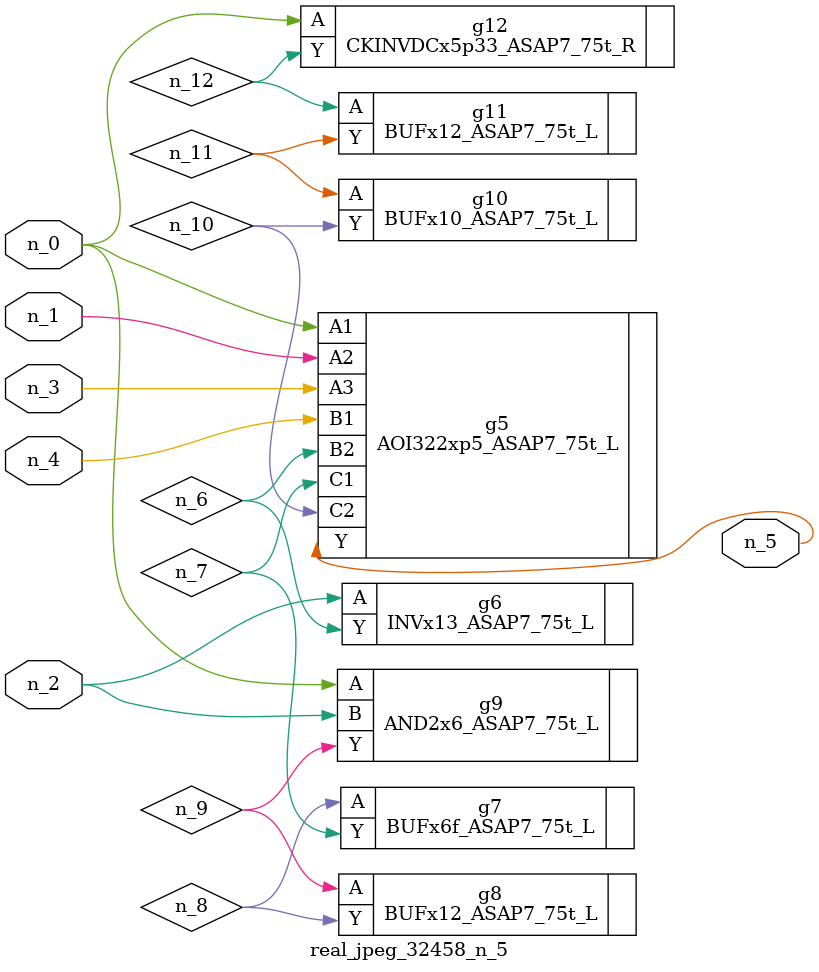
<source format=v>
module real_jpeg_32458_n_5 (n_4, n_0, n_1, n_2, n_3, n_5);

input n_4;
input n_0;
input n_1;
input n_2;
input n_3;

output n_5;

wire n_12;
wire n_8;
wire n_11;
wire n_6;
wire n_7;
wire n_10;
wire n_9;

AOI322xp5_ASAP7_75t_L g5 ( 
.A1(n_0),
.A2(n_1),
.A3(n_3),
.B1(n_4),
.B2(n_6),
.C1(n_7),
.C2(n_10),
.Y(n_5)
);

AND2x6_ASAP7_75t_L g9 ( 
.A(n_0),
.B(n_2),
.Y(n_9)
);

CKINVDCx5p33_ASAP7_75t_R g12 ( 
.A(n_0),
.Y(n_12)
);

INVx13_ASAP7_75t_L g6 ( 
.A(n_2),
.Y(n_6)
);

BUFx6f_ASAP7_75t_L g7 ( 
.A(n_8),
.Y(n_7)
);

BUFx12_ASAP7_75t_L g8 ( 
.A(n_9),
.Y(n_8)
);

BUFx10_ASAP7_75t_L g10 ( 
.A(n_11),
.Y(n_10)
);

BUFx12_ASAP7_75t_L g11 ( 
.A(n_12),
.Y(n_11)
);


endmodule
</source>
